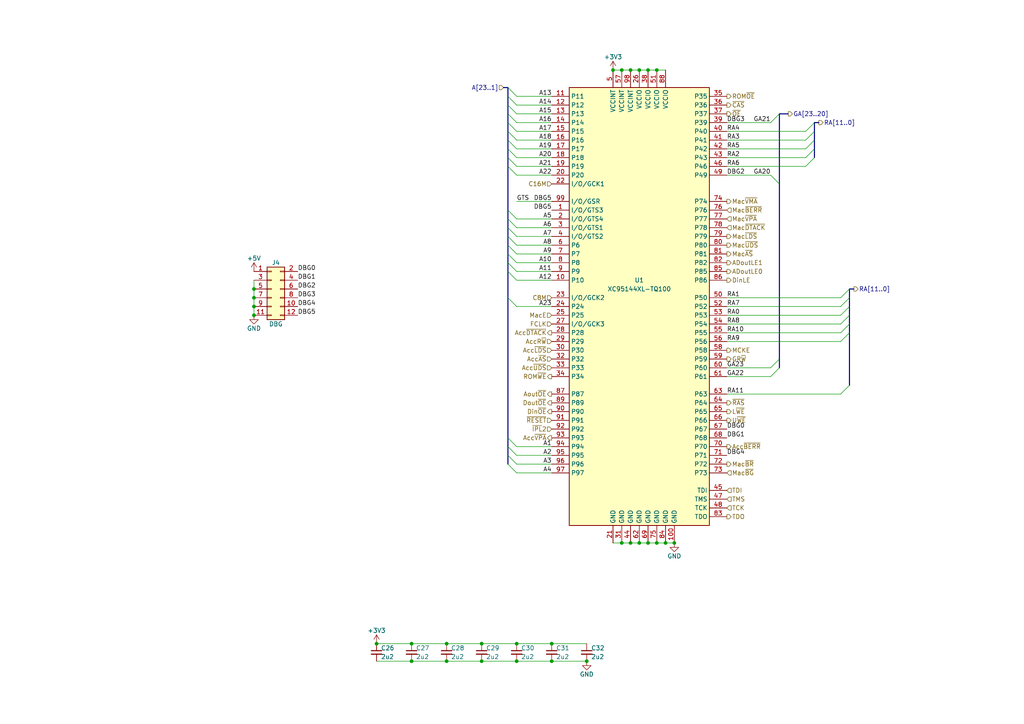
<source format=kicad_sch>
(kicad_sch (version 20231120) (generator "eeschema") (generator_version "8.0")
  (paper "A4")
  (title_block (title "WarpSE (GW4410A)") (date "2024-04-23") (rev "1.0") (company "Garrett's Workshop"))
  (lib_symbols
    (symbol "CPLD_Xilinx:XC95144XL-TQ100"
      (property "Reference" "U" (at -20.32 64.77 0))
      (property "Value" "XC95144XL-TQ100" (at -20.32 -64.77 0))
      (symbol "XC95144XL-TQ100_1_1"
        (rectangle (start -20.32 63.5) (end 20.32 -63.5) (stroke (width 0.254)) (fill (type background)))
        (pin bidirectional line (at -25.4 27.94 0) (length 5.08) (name "I/O/GTS3") (number "1"))
        (pin bidirectional line (at -25.4 7.62 0) (length 5.08) (name "P10") (number "10"))
        (pin power_in line (at 10.16 -68.58 90) (length 5.08) (name "GND") (number "100"))
        (pin bidirectional line (at -25.4 60.96 0) (length 5.08) (name "P11") (number "11"))
        (pin bidirectional line (at -25.4 58.42 0) (length 5.08) (name "P12") (number "12"))
        (pin bidirectional line (at -25.4 55.88 0) (length 5.08) (name "P13") (number "13"))
        (pin bidirectional line (at -25.4 53.34 0) (length 5.08) (name "P14") (number "14"))
        (pin bidirectional line (at -25.4 50.8 0) (length 5.08) (name "P15") (number "15"))
        (pin bidirectional line (at -25.4 48.26 0) (length 5.08) (name "P16") (number "16"))
        (pin bidirectional line (at -25.4 45.72 0) (length 5.08) (name "P17") (number "17"))
        (pin bidirectional line (at -25.4 43.18 0) (length 5.08) (name "P18") (number "18"))
        (pin bidirectional line (at -25.4 40.64 0) (length 5.08) (name "P19") (number "19"))
        (pin bidirectional line (at -25.4 25.4 0) (length 5.08) (name "I/O/GTS4") (number "2"))
        (pin bidirectional line (at -25.4 38.1 0) (length 5.08) (name "P20") (number "20"))
        (pin power_in line (at -7.62 -68.58 90) (length 5.08) (name "GND") (number "21"))
        (pin bidirectional line (at -25.4 35.56 0) (length 5.08) (name "I/O/GCK1") (number "22"))
        (pin bidirectional line (at -25.4 2.54 0) (length 5.08) (name "I/O/GCK2") (number "23"))
        (pin bidirectional line (at -25.4 0 0) (length 5.08) (name "P24") (number "24"))
        (pin bidirectional line (at -25.4 -2.54 0) (length 5.08) (name "P25") (number "25"))
        (pin power_in line (at 0 68.58 270) (length 5.08) (name "VCCIO") (number "26"))
        (pin bidirectional line (at -25.4 -5.08 0) (length 5.08) (name "I/O/GCK3") (number "27"))
        (pin bidirectional line (at -25.4 -7.62 0) (length 5.08) (name "P28") (number "28"))
        (pin bidirectional line (at -25.4 -10.16 0) (length 5.08) (name "P29") (number "29"))
        (pin bidirectional line (at -25.4 22.86 0) (length 5.08) (name "I/O/GTS1") (number "3"))
        (pin bidirectional line (at -25.4 -12.7 0) (length 5.08) (name "P30") (number "30"))
        (pin power_in line (at -5.08 -68.58 90) (length 5.08) (name "GND") (number "31"))
        (pin bidirectional line (at -25.4 -15.24 0) (length 5.08) (name "P32") (number "32"))
        (pin bidirectional line (at -25.4 -17.78 0) (length 5.08) (name "P33") (number "33"))
        (pin bidirectional line (at -25.4 -20.32 0) (length 5.08) (name "P34") (number "34"))
        (pin bidirectional line (at 25.4 60.96 180) (length 5.08) (name "P35") (number "35"))
        (pin bidirectional line (at 25.4 58.42 180) (length 5.08) (name "P36") (number "36"))
        (pin bidirectional line (at 25.4 55.88 180) (length 5.08) (name "P37") (number "37"))
        (pin power_in line (at 2.54 68.58 270) (length 5.08) (name "VCCIO") (number "38"))
        (pin bidirectional line (at 25.4 53.34 180) (length 5.08) (name "P39") (number "39"))
        (pin bidirectional line (at -25.4 20.32 0) (length 5.08) (name "I/O/GTS2") (number "4"))
        (pin bidirectional line (at 25.4 50.8 180) (length 5.08) (name "P40") (number "40"))
        (pin bidirectional line (at 25.4 48.26 180) (length 5.08) (name "P41") (number "41"))
        (pin bidirectional line (at 25.4 45.72 180) (length 5.08) (name "P42") (number "42"))
        (pin bidirectional line (at 25.4 43.18 180) (length 5.08) (name "P43") (number "43"))
        (pin power_in line (at -2.54 -68.58 90) (length 5.08) (name "GND") (number "44"))
        (pin input line (at 25.4 -53.34 180) (length 5.08) (name "TDI") (number "45"))
        (pin bidirectional line (at 25.4 40.64 180) (length 5.08) (name "P46") (number "46"))
        (pin input line (at 25.4 -55.88 180) (length 5.08) (name "TMS") (number "47"))
        (pin input line (at 25.4 -58.42 180) (length 5.08) (name "TCK") (number "48"))
        (pin bidirectional line (at 25.4 38.1 180) (length 5.08) (name "P49") (number "49"))
        (pin power_in line (at -7.62 68.58 270) (length 5.08) (name "VCCINT") (number "5"))
        (pin bidirectional line (at 25.4 2.54 180) (length 5.08) (name "P50") (number "50"))
        (pin power_in line (at 5.08 68.58 270) (length 5.08) (name "VCCIO") (number "51"))
        (pin bidirectional line (at 25.4 0 180) (length 5.08) (name "P52") (number "52"))
        (pin bidirectional line (at 25.4 -2.54 180) (length 5.08) (name "P53") (number "53"))
        (pin bidirectional line (at 25.4 -5.08 180) (length 5.08) (name "P54") (number "54"))
        (pin bidirectional line (at 25.4 -7.62 180) (length 5.08) (name "P55") (number "55"))
        (pin bidirectional line (at 25.4 -10.16 180) (length 5.08) (name "P56") (number "56"))
        (pin power_in line (at -5.08 68.58 270) (length 5.08) (name "VCCINT") (number "57"))
        (pin bidirectional line (at 25.4 -12.7 180) (length 5.08) (name "P58") (number "58"))
        (pin bidirectional line (at 25.4 -15.24 180) (length 5.08) (name "P59") (number "59"))
        (pin bidirectional line (at -25.4 17.78 0) (length 5.08) (name "P6") (number "6"))
        (pin bidirectional line (at 25.4 -17.78 180) (length 5.08) (name "P60") (number "60"))
        (pin bidirectional line (at 25.4 -20.32 180) (length 5.08) (name "P61") (number "61"))
        (pin power_in line (at 0 -68.58 90) (length 5.08) (name "GND") (number "62"))
        (pin bidirectional line (at 25.4 -25.4 180) (length 5.08) (name "P63") (number "63"))
        (pin bidirectional line (at 25.4 -27.94 180) (length 5.08) (name "P64") (number "64"))
        (pin bidirectional line (at 25.4 -30.48 180) (length 5.08) (name "P65") (number "65"))
        (pin bidirectional line (at 25.4 -33.02 180) (length 5.08) (name "P66") (number "66"))
        (pin bidirectional line (at 25.4 -35.56 180) (length 5.08) (name "P67") (number "67"))
        (pin bidirectional line (at 25.4 -38.1 180) (length 5.08) (name "P68") (number "68"))
        (pin power_in line (at 2.54 -68.58 90) (length 5.08) (name "GND") (number "69"))
        (pin bidirectional line (at -25.4 15.24 0) (length 5.08) (name "P7") (number "7"))
        (pin bidirectional line (at 25.4 -40.64 180) (length 5.08) (name "P70") (number "70"))
        (pin bidirectional line (at 25.4 -43.18 180) (length 5.08) (name "P71") (number "71"))
        (pin bidirectional line (at 25.4 -45.72 180) (length 5.08) (name "P72") (number "72"))
        (pin bidirectional line (at 25.4 -48.26 180) (length 5.08) (name "P73") (number "73"))
        (pin bidirectional line (at 25.4 30.48 180) (length 5.08) (name "P74") (number "74"))
        (pin power_in line (at 5.08 -68.58 90) (length 5.08) (name "GND") (number "75"))
        (pin bidirectional line (at 25.4 27.94 180) (length 5.08) (name "P76") (number "76"))
        (pin bidirectional line (at 25.4 25.4 180) (length 5.08) (name "P77") (number "77"))
        (pin bidirectional line (at 25.4 22.86 180) (length 5.08) (name "P78") (number "78"))
        (pin bidirectional line (at 25.4 20.32 180) (length 5.08) (name "P79") (number "79"))
        (pin bidirectional line (at -25.4 12.7 0) (length 5.08) (name "P8") (number "8"))
        (pin bidirectional line (at 25.4 17.78 180) (length 5.08) (name "P80") (number "80"))
        (pin bidirectional line (at 25.4 15.24 180) (length 5.08) (name "P81") (number "81"))
        (pin bidirectional line (at 25.4 12.7 180) (length 5.08) (name "P82") (number "82"))
        (pin output line (at 25.4 -60.96 180) (length 5.08) (name "TDO") (number "83"))
        (pin power_in line (at 7.62 -68.58 90) (length 5.08) (name "GND") (number "84"))
        (pin bidirectional line (at 25.4 10.16 180) (length 5.08) (name "P85") (number "85"))
        (pin bidirectional line (at 25.4 7.62 180) (length 5.08) (name "P86") (number "86"))
        (pin bidirectional line (at -25.4 -25.4 0) (length 5.08) (name "P87") (number "87"))
        (pin power_in line (at 7.62 68.58 270) (length 5.08) (name "VCCIO") (number "88"))
        (pin bidirectional line (at -25.4 -27.94 0) (length 5.08) (name "P89") (number "89"))
        (pin bidirectional line (at -25.4 10.16 0) (length 5.08) (name "P9") (number "9"))
        (pin bidirectional line (at -25.4 -30.48 0) (length 5.08) (name "P90") (number "90"))
        (pin bidirectional line (at -25.4 -33.02 0) (length 5.08) (name "P91") (number "91"))
        (pin bidirectional line (at -25.4 -35.56 0) (length 5.08) (name "P92") (number "92"))
        (pin bidirectional line (at -25.4 -38.1 0) (length 5.08) (name "P93") (number "93"))
        (pin bidirectional line (at -25.4 -40.64 0) (length 5.08) (name "P94") (number "94"))
        (pin bidirectional line (at -25.4 -43.18 0) (length 5.08) (name "P95") (number "95"))
        (pin bidirectional line (at -25.4 -45.72 0) (length 5.08) (name "P96") (number "96"))
        (pin bidirectional line (at -25.4 -48.26 0) (length 5.08) (name "P97") (number "97"))
        (pin power_in line (at -2.54 68.58 270) (length 5.08) (name "VCCINT") (number "98"))
        (pin bidirectional line (at -25.4 30.48 0) (length 5.08) (name "I/O/GSR") (number "99"))
      )
    )
    (symbol "Connector_Generic:Conn_02x06_Odd_Even" (pin_names (offset 1.016) hide)
      (property "Reference" "J" (at 1.27 7.62 0))
      (property "Value" "Conn_02x06_Odd_Even" (at 1.27 -10.16 0))
      (symbol "Conn_02x06_Odd_Even_1_1"
        (rectangle (start -1.27 -7.493) (end 0 -7.747) (stroke (width 0.1524)))
        (rectangle (start -1.27 -4.953) (end 0 -5.207) (stroke (width 0.1524)))
        (rectangle (start -1.27 -2.413) (end 0 -2.667) (stroke (width 0.1524)))
        (rectangle (start -1.27 0.127) (end 0 -0.127) (stroke (width 0.1524)))
        (rectangle (start -1.27 2.667) (end 0 2.413) (stroke (width 0.1524)))
        (rectangle (start -1.27 5.207) (end 0 4.953) (stroke (width 0.1524)))
        (rectangle (start -1.27 6.35) (end 3.81 -8.89) (stroke (width 0.254)) (fill (type background)))
        (rectangle (start 3.81 -7.493) (end 2.54 -7.747) (stroke (width 0.1524)))
        (rectangle (start 3.81 -4.953) (end 2.54 -5.207) (stroke (width 0.1524)))
        (rectangle (start 3.81 -2.413) (end 2.54 -2.667) (stroke (width 0.1524)))
        (rectangle (start 3.81 0.127) (end 2.54 -0.127) (stroke (width 0.1524)))
        (rectangle (start 3.81 2.667) (end 2.54 2.413) (stroke (width 0.1524)))
        (rectangle (start 3.81 5.207) (end 2.54 4.953) (stroke (width 0.1524)))
        (pin passive line (at -5.08 5.08 0) (length 3.81) (name "Pin_1") (number "1"))
        (pin passive line (at 7.62 -5.08 180) (length 3.81) (name "Pin_10") (number "10"))
        (pin passive line (at -5.08 -7.62 0) (length 3.81) (name "Pin_11") (number "11"))
        (pin passive line (at 7.62 -7.62 180) (length 3.81) (name "Pin_12") (number "12"))
        (pin passive line (at 7.62 5.08 180) (length 3.81) (name "Pin_2") (number "2"))
        (pin passive line (at -5.08 2.54 0) (length 3.81) (name "Pin_3") (number "3"))
        (pin passive line (at 7.62 2.54 180) (length 3.81) (name "Pin_4") (number "4"))
        (pin passive line (at -5.08 0 0) (length 3.81) (name "Pin_5") (number "5"))
        (pin passive line (at 7.62 0 180) (length 3.81) (name "Pin_6") (number "6"))
        (pin passive line (at -5.08 -2.54 0) (length 3.81) (name "Pin_7") (number "7"))
        (pin passive line (at 7.62 -2.54 180) (length 3.81) (name "Pin_8") (number "8"))
        (pin passive line (at -5.08 -5.08 0) (length 3.81) (name "Pin_9") (number "9"))
      )
    )
    (symbol "Device:C_Small" (pin_numbers hide) (pin_names (offset 0.254) hide)
      (property "Reference" "C" (at 0.254 1.778 0))
      (property "Value" "C_Small" (at 0.254 -2.032 0))
      (symbol "C_Small_0_1"
        (polyline (pts (xy -1.524 -0.508) (xy 1.524 -0.508)) (stroke (width 0.3302)))
        (polyline (pts (xy -1.524 0.508) (xy 1.524 0.508)) (stroke (width 0.3048)))
      )
      (symbol "C_Small_1_1"
        (pin passive line (at 0 2.54 270) (length 2.032) (name "~") (number "1"))
        (pin passive line (at 0 -2.54 90) (length 2.032) (name "~") (number "2"))
      )
    )
    (symbol "power:+3V3" (power) (pin_names (offset 0))
      (property "Value" "+3V3" (at 0 3.556 0))
      (symbol "+3V3_0_1"
        (polyline (pts (xy -0.762 1.27) (xy 0 2.54)))
        (polyline (pts (xy 0 0) (xy 0 2.54)))
        (polyline (pts (xy 0 2.54) (xy 0.762 1.27)))
      )
      (symbol "+3V3_1_1"
        (pin power_in line (at 0 0 90) (length 0) hide (name "+3V3") (number "1"))
      )
    )
    (symbol "power:+5V" (power) (pin_names (offset 0))
      (property "Value" "+5V" (at 0 3.556 0))
      (symbol "+5V_0_1"
        (polyline (pts (xy -0.762 1.27) (xy 0 2.54)))
        (polyline (pts (xy 0 0) (xy 0 2.54)))
        (polyline (pts (xy 0 2.54) (xy 0.762 1.27)))
      )
      (symbol "+5V_1_1"
        (pin power_in line (at 0 0 90) (length 0) hide (name "+5V") (number "1"))
      )
    )
    (symbol "power:GND" (power) (pin_names (offset 0))
      (property "Value" "GND" (at 0 -3.81 0))
      (symbol "GND_0_1"
        (polyline (pts (xy 0 0) (xy 0 -1.27) (xy 1.27 -1.27) (xy 0 -2.54) (xy -1.27 -1.27) (xy 0 -1.27)))
      )
      (symbol "GND_1_1"
        (pin power_in line (at 0 0 270) (length 0) hide (name "GND") (number "1"))
      )
    )
  )
  (junction (at 119.38 191.77))
  (junction (at 193.04 157.48))
  (junction (at 129.54 191.77))
  (junction (at 180.34 157.48))
  (junction (at 177.8 20.32))
  (junction (at 139.7 191.77))
  (junction (at 139.7 186.69))
  (junction (at 187.96 157.48))
  (junction (at 182.88 157.48))
  (junction (at 73.66 86.36))
  (junction (at 73.66 91.44))
  (junction (at 119.38 186.69))
  (junction (at 185.42 20.32))
  (junction (at 160.02 186.69))
  (junction (at 73.66 88.9))
  (junction (at 182.88 20.32))
  (junction (at 109.22 186.69))
  (junction (at 195.58 157.48))
  (junction (at 187.96 20.32))
  (junction (at 180.34 20.32))
  (junction (at 149.86 191.77))
  (junction (at 73.66 83.82))
  (junction (at 190.5 157.48))
  (junction (at 149.86 186.69))
  (junction (at 185.42 157.48))
  (junction (at 170.18 191.77))
  (junction (at 160.02 191.77))
  (junction (at 129.54 186.69))
  (junction (at 190.5 20.32))
  (bus_entry (at 147.32 63.5) (size 2.54 2.54))
  (bus_entry (at 147.32 129.54) (size 2.54 2.54))
  (bus_entry (at 147.32 71.12) (size 2.54 2.54))
  (bus_entry (at 147.32 27.94) (size 2.54 2.54))
  (bus_entry (at 147.32 35.56) (size 2.54 2.54))
  (bus_entry (at 223.52 35.56) (size 2.54 -2.54))
  (bus_entry (at 246.38 93.98) (size -2.54 2.54))
  (bus_entry (at 236.22 43.18) (size -2.54 2.54))
  (bus_entry (at 147.32 25.4) (size 2.54 2.54))
  (bus_entry (at 147.32 30.48) (size 2.54 2.54))
  (bus_entry (at 147.32 45.72) (size 2.54 2.54))
  (bus_entry (at 246.38 96.52) (size -2.54 2.54))
  (bus_entry (at 147.32 48.26) (size 2.54 2.54))
  (bus_entry (at 236.22 45.72) (size -2.54 2.54))
  (bus_entry (at 226.06 53.34) (size -2.54 -2.54))
  (bus_entry (at 246.38 88.9) (size -2.54 2.54))
  (bus_entry (at 147.32 73.66) (size 2.54 2.54))
  (bus_entry (at 246.38 83.82) (size -2.54 2.54))
  (bus_entry (at 236.22 38.1) (size -2.54 2.54))
  (bus_entry (at 236.22 35.56) (size -2.54 2.54))
  (bus_entry (at 147.32 86.36) (size 2.54 2.54))
  (bus_entry (at 147.32 127) (size 2.54 2.54))
  (bus_entry (at 147.32 78.74) (size 2.54 2.54))
  (bus_entry (at 147.32 76.2) (size 2.54 2.54))
  (bus_entry (at 147.32 68.58) (size 2.54 2.54))
  (bus_entry (at 147.32 33.02) (size 2.54 2.54))
  (bus_entry (at 147.32 40.64) (size 2.54 2.54))
  (bus_entry (at 236.22 40.64) (size -2.54 2.54))
  (bus_entry (at 147.32 132.08) (size 2.54 2.54))
  (bus_entry (at 147.32 38.1) (size 2.54 2.54))
  (bus_entry (at 246.38 91.44) (size -2.54 2.54))
  (bus_entry (at 226.06 106.68) (size -2.54 2.54))
  (bus_entry (at 147.32 134.62) (size 2.54 2.54))
  (bus_entry (at 147.32 60.96) (size 2.54 2.54))
  (bus_entry (at 246.38 111.76) (size -2.54 2.54))
  (bus_entry (at 246.38 86.36) (size -2.54 2.54))
  (bus_entry (at 226.06 104.14) (size -2.54 2.54))
  (bus_entry (at 147.32 66.04) (size 2.54 2.54))
  (bus_entry (at 147.32 43.18) (size 2.54 2.54))
  (wire (pts (xy 210.82 93.98) (xy 243.84 93.98)))
  (wire (pts (xy 210.82 43.18) (xy 233.68 43.18)))
  (wire (pts (xy 182.88 20.32) (xy 185.42 20.32)))
  (bus (pts (xy 147.32 127) (xy 147.32 129.54)))
  (bus (pts (xy 147.32 27.94) (xy 147.32 30.48)))
  (bus (pts (xy 147.32 38.1) (xy 147.32 40.64)))
  (wire (pts (xy 73.66 81.28) (xy 73.66 83.82)))
  (wire (pts (xy 160.02 33.02) (xy 149.86 33.02)))
  (wire (pts (xy 160.02 35.56) (xy 149.86 35.56)))
  (wire (pts (xy 185.42 20.32) (xy 187.96 20.32)))
  (wire (pts (xy 160.02 45.72) (xy 149.86 45.72)))
  (bus (pts (xy 147.32 73.66) (xy 147.32 76.2)))
  (wire (pts (xy 109.22 186.69) (xy 119.38 186.69)))
  (bus (pts (xy 246.38 96.52) (xy 246.38 111.76)))
  (wire (pts (xy 160.02 50.8) (xy 149.86 50.8)))
  (wire (pts (xy 160.02 81.28) (xy 149.86 81.28)))
  (wire (pts (xy 160.02 76.2) (xy 149.86 76.2)))
  (wire (pts (xy 119.38 186.69) (xy 129.54 186.69)))
  (bus (pts (xy 147.32 48.26) (xy 147.32 60.96)))
  (bus (pts (xy 147.32 25.4) (xy 146.05 25.4)))
  (wire (pts (xy 210.82 106.68) (xy 223.52 106.68)))
  (bus (pts (xy 147.32 71.12) (xy 147.32 73.66)))
  (wire (pts (xy 160.02 30.48) (xy 149.86 30.48)))
  (wire (pts (xy 210.82 35.56) (xy 223.52 35.56)))
  (wire (pts (xy 160.02 48.26) (xy 149.86 48.26)))
  (bus (pts (xy 246.38 83.82) (xy 246.38 86.36)))
  (wire (pts (xy 160.02 186.69) (xy 170.18 186.69)))
  (bus (pts (xy 147.32 45.72) (xy 147.32 48.26)))
  (bus (pts (xy 147.32 40.64) (xy 147.32 43.18)))
  (wire (pts (xy 160.02 78.74) (xy 149.86 78.74)))
  (wire (pts (xy 210.82 38.1) (xy 233.68 38.1)))
  (bus (pts (xy 236.22 35.56) (xy 236.22 38.1)))
  (wire (pts (xy 149.86 137.16) (xy 160.02 137.16)))
  (bus (pts (xy 236.22 40.64) (xy 236.22 43.18)))
  (bus (pts (xy 226.06 33.02) (xy 228.6 33.02)))
  (bus (pts (xy 226.06 33.02) (xy 226.06 53.34)))
  (bus (pts (xy 147.32 25.4) (xy 147.32 27.94)))
  (wire (pts (xy 139.7 191.77) (xy 149.86 191.77)))
  (bus (pts (xy 246.38 86.36) (xy 246.38 88.9)))
  (wire (pts (xy 160.02 38.1) (xy 149.86 38.1)))
  (wire (pts (xy 243.84 96.52) (xy 210.82 96.52)))
  (wire (pts (xy 73.66 83.82) (xy 73.66 86.36)))
  (bus (pts (xy 147.32 43.18) (xy 147.32 45.72)))
  (bus (pts (xy 147.32 33.02) (xy 147.32 35.56)))
  (bus (pts (xy 236.22 38.1) (xy 236.22 40.64)))
  (wire (pts (xy 160.02 40.64) (xy 149.86 40.64)))
  (wire (pts (xy 187.96 157.48) (xy 185.42 157.48)))
  (wire (pts (xy 210.82 109.22) (xy 223.52 109.22)))
  (bus (pts (xy 147.32 60.96) (xy 147.32 63.5)))
  (wire (pts (xy 73.66 91.44) (xy 73.66 88.9)))
  (wire (pts (xy 160.02 66.04) (xy 149.86 66.04)))
  (wire (pts (xy 73.66 86.36) (xy 73.66 88.9)))
  (wire (pts (xy 210.82 88.9) (xy 243.84 88.9)))
  (wire (pts (xy 210.82 99.06) (xy 243.84 99.06)))
  (wire (pts (xy 129.54 186.69) (xy 139.7 186.69)))
  (wire (pts (xy 210.82 45.72) (xy 233.68 45.72)))
  (wire (pts (xy 160.02 191.77) (xy 170.18 191.77)))
  (wire (pts (xy 160.02 68.58) (xy 149.86 68.58)))
  (wire (pts (xy 139.7 186.69) (xy 149.86 186.69)))
  (wire (pts (xy 210.82 40.64) (xy 233.68 40.64)))
  (bus (pts (xy 147.32 63.5) (xy 147.32 66.04)))
  (bus (pts (xy 147.32 68.58) (xy 147.32 71.12)))
  (wire (pts (xy 149.86 186.69) (xy 160.02 186.69)))
  (bus (pts (xy 226.06 53.34) (xy 226.06 104.14)))
  (wire (pts (xy 210.82 48.26) (xy 233.68 48.26)))
  (wire (pts (xy 149.86 191.77) (xy 160.02 191.77)))
  (bus (pts (xy 147.32 132.08) (xy 147.32 134.62)))
  (bus (pts (xy 147.32 78.74) (xy 147.32 86.36)))
  (bus (pts (xy 147.32 35.56) (xy 147.32 38.1)))
  (wire (pts (xy 185.42 157.48) (xy 182.88 157.48)))
  (wire (pts (xy 193.04 157.48) (xy 190.5 157.48)))
  (wire (pts (xy 160.02 43.18) (xy 149.86 43.18)))
  (wire (pts (xy 149.86 129.54) (xy 160.02 129.54)))
  (wire (pts (xy 119.38 191.77) (xy 129.54 191.77)))
  (wire (pts (xy 160.02 71.12) (xy 149.86 71.12)))
  (wire (pts (xy 109.22 191.77) (xy 119.38 191.77)))
  (wire (pts (xy 210.82 86.36) (xy 243.84 86.36)))
  (bus (pts (xy 236.22 43.18) (xy 236.22 45.72)))
  (bus (pts (xy 246.38 88.9) (xy 246.38 91.44)))
  (bus (pts (xy 147.32 129.54) (xy 147.32 132.08)))
  (bus (pts (xy 147.32 86.36) (xy 147.32 127)))
  (bus (pts (xy 226.06 106.68) (xy 226.06 104.14)))
  (wire (pts (xy 210.82 50.8) (xy 223.52 50.8)))
  (wire (pts (xy 160.02 63.5) (xy 149.86 63.5)))
  (wire (pts (xy 149.86 132.08) (xy 160.02 132.08)))
  (wire (pts (xy 149.86 134.62) (xy 160.02 134.62)))
  (wire (pts (xy 243.84 91.44) (xy 210.82 91.44)))
  (wire (pts (xy 160.02 27.94) (xy 149.86 27.94)))
  (wire (pts (xy 182.88 157.48) (xy 180.34 157.48)))
  (wire (pts (xy 149.86 58.42) (xy 160.02 58.42)))
  (wire (pts (xy 190.5 157.48) (xy 187.96 157.48)))
  (bus (pts (xy 147.32 76.2) (xy 147.32 78.74)))
  (bus (pts (xy 147.32 30.48) (xy 147.32 33.02)))
  (wire (pts (xy 210.82 114.3) (xy 243.84 114.3)))
  (bus (pts (xy 236.22 35.56) (xy 237.49 35.56)))
  (bus (pts (xy 246.38 91.44) (xy 246.38 93.98)))
  (wire (pts (xy 187.96 20.32) (xy 190.5 20.32)))
  (wire (pts (xy 160.02 88.9) (xy 149.86 88.9)))
  (wire (pts (xy 190.5 20.32) (xy 193.04 20.32)))
  (wire (pts (xy 177.8 20.32) (xy 180.34 20.32)))
  (wire (pts (xy 180.34 157.48) (xy 177.8 157.48)))
  (wire (pts (xy 195.58 157.48) (xy 193.04 157.48)))
  (wire (pts (xy 129.54 191.77) (xy 139.7 191.77)))
  (wire (pts (xy 160.02 73.66) (xy 149.86 73.66)))
  (bus (pts (xy 246.38 83.82) (xy 247.65 83.82)))
  (bus (pts (xy 246.38 93.98) (xy 246.38 96.52)))
  (bus (pts (xy 147.32 66.04) (xy 147.32 68.58)))
  (wire (pts (xy 180.34 20.32) (xy 182.88 20.32)))
  (label "DBG3" (at 210.82 35.56 0))
  (label "DBG5" (at 86.36 91.44 0))
  (label "RA11" (at 210.82 114.3 0))
  (label "GA21" (at 223.52 35.56 180))
  (label "A8" (at 160.02 71.12 180))
  (label "A23" (at 160.02 88.9 180))
  (label "DBG1" (at 86.36 81.28 0))
  (label "A5" (at 160.02 63.5 180))
  (label "RA2" (at 210.82 45.72 0))
  (label "A15" (at 160.02 33.02 180))
  (label "RA10" (at 210.82 96.52 0))
  (label "GA20" (at 223.52 50.8 180))
  (label "RA1" (at 210.82 86.36 0))
  (label "A17" (at 160.02 38.1 180))
  (label "RA4" (at 210.82 38.1 0))
  (label "DBG5" (at 160.02 60.96 180))
  (label "A16" (at 160.02 35.56 180))
  (label "A7" (at 160.02 68.58 180))
  (label "DBG5" (at 160.02 58.42 180))
  (label "A10" (at 160.02 76.2 180))
  (label "GTS" (at 149.86 58.42 0))
  (label "DBG1" (at 210.82 127 0))
  (label "A9" (at 160.02 73.66 180))
  (label "A21" (at 160.02 48.26 180))
  (label "RA3" (at 210.82 40.64 0))
  (label "A20" (at 160.02 45.72 180))
  (label "A3" (at 160.02 134.62 180))
  (label "A13" (at 160.02 27.94 180))
  (label "DBG2" (at 210.82 50.8 0))
  (label "DBG4" (at 210.82 132.08 0))
  (label "GA22" (at 210.82 109.22 0))
  (label "A22" (at 160.02 50.8 180))
  (label "RA6" (at 210.82 48.26 0))
  (label "A14" (at 160.02 30.48 180))
  (label "RA7" (at 210.82 88.9 0))
  (label "DBG0" (at 210.82 124.46 0))
  (label "A11" (at 160.02 78.74 180))
  (label "DBG0" (at 86.36 78.74 0))
  (label "A18" (at 160.02 40.64 180))
  (label "A6" (at 160.02 66.04 180))
  (label "RA0" (at 210.82 91.44 0))
  (label "RA8" (at 210.82 93.98 0))
  (label "RA9" (at 210.82 99.06 0))
  (label "A1" (at 160.02 129.54 180))
  (label "DBG2" (at 86.36 83.82 0))
  (label "A4" (at 160.02 137.16 180))
  (label "A2" (at 160.02 132.08 180))
  (label "A12" (at 160.02 81.28 180))
  (label "DBG4" (at 86.36 88.9 0))
  (label "A19" (at 160.02 43.18 180))
  (label "GA23" (at 210.82 106.68 0))
  (label "RA5" (at 210.82 43.18 0))
  (label "DBG3" (at 86.36 86.36 0))
  (hierarchical_label "A[23..1]" (shape input) (at 146.05 25.4 180))
  (hierarchical_label "Dout~{OE}" (shape output) (at 160.02 116.84 180))
  (hierarchical_label "AccR~{W}" (shape input) (at 160.02 99.06 180))
  (hierarchical_label "TCK" (shape input) (at 210.82 147.32 0))
  (hierarchical_label "ROM~{WE}" (shape output) (at 160.02 109.22 180))
  (hierarchical_label "~{RAS}" (shape output) (at 210.82 116.84 0))
  (hierarchical_label "Mac~{BG}" (shape input) (at 210.82 137.16 0))
  (hierarchical_label "Acc~{UDS}" (shape input) (at 160.02 106.68 180))
  (hierarchical_label "GR~{W}" (shape output) (at 210.82 104.14 0))
  (hierarchical_label "Din~{OE}" (shape output) (at 160.02 119.38 180))
  (hierarchical_label "L~{WE}" (shape output) (at 210.82 119.38 0))
  (hierarchical_label "TDO" (shape output) (at 210.82 149.86 0))
  (hierarchical_label "Mac~{DTACK}" (shape input) (at 210.82 66.04 0))
  (hierarchical_label "TDI" (shape input) (at 210.82 142.24 0))
  (hierarchical_label "Mac~{VMA}" (shape output) (at 210.82 58.42 0))
  (hierarchical_label "~{OE}" (shape output) (at 210.82 33.02 0))
  (hierarchical_label "ADoutLE1" (shape output) (at 210.82 76.2 0))
  (hierarchical_label "Mac~{UDS}" (shape output) (at 210.82 71.12 0))
  (hierarchical_label "ADoutLE0" (shape output) (at 210.82 78.74 0))
  (hierarchical_label "Acc~{AS}" (shape input) (at 160.02 104.14 180))
  (hierarchical_label "Acc~{VPA}" (shape output) (at 160.02 127 180))
  (hierarchical_label "DinLE" (shape output) (at 210.82 81.28 0))
  (hierarchical_label "C8M" (shape input) (at 160.02 86.36 180))
  (hierarchical_label "MCKE" (shape output) (at 210.82 101.6 0))
  (hierarchical_label "ROM~{OE}" (shape output) (at 210.82 27.94 0))
  (hierarchical_label "TMS" (shape input) (at 210.82 144.78 0))
  (hierarchical_label "~{IPL}2" (shape input) (at 160.02 124.46 180))
  (hierarchical_label "GA[23..20]" (shape output) (at 228.6 33.02 0))
  (hierarchical_label "Mac~{BERR}" (shape input) (at 210.82 60.96 0))
  (hierarchical_label "Acc~{LDS}" (shape input) (at 160.02 101.6 180))
  (hierarchical_label "Acc~{DTACK}" (shape output) (at 160.02 96.52 180))
  (hierarchical_label "C16M" (shape input) (at 160.02 53.34 180))
  (hierarchical_label "FCLK" (shape input) (at 160.02 93.98 180))
  (hierarchical_label "Mac~{VPA}" (shape input) (at 210.82 63.5 0))
  (hierarchical_label "MacE" (shape input) (at 160.02 91.44 180))
  (hierarchical_label "Mac~{BR}" (shape output) (at 210.82 134.62 0))
  (hierarchical_label "Mac~{AS}" (shape output) (at 210.82 73.66 0))
  (hierarchical_label "~{CAS}" (shape output) (at 210.82 30.48 0))
  (hierarchical_label "Aout~{OE}" (shape output) (at 160.02 114.3 180))
  (hierarchical_label "RA[11..0]" (shape output) (at 237.49 35.56 0))
  (hierarchical_label "Acc~{BERR}" (shape output) (at 210.82 129.54 0))
  (hierarchical_label "~{RESET}" (shape input) (at 160.02 121.92 180))
  (hierarchical_label "U~{WE}" (shape output) (at 210.82 121.92 0))
  (hierarchical_label "RA[11..0]" (shape output) (at 247.65 83.82 0))
  (hierarchical_label "Mac~{LDS}" (shape output) (at 210.82 68.58 0))
  (symbol (lib_id "Device:C_Small") (at 119.38 189.23 0) (unit 1)
    (property "Reference" "C27" (at 120.65 187.96 0) (effects (justify left)))
    (property "Value" "2u2" (at 120.65 190.5 0) (effects (justify left)))
    (property "Footprint" "stdpads:C_0603" (effects (hide yes)))
    (property "LCSC Part" "C23630" (effects (hide yes)))
  )
  (symbol (lib_id "Device:C_Small") (at 129.54 189.23 0) (unit 1)
    (property "Reference" "C28" (at 130.81 187.96 0) (effects (justify left)))
    (property "Value" "2u2" (at 130.81 190.5 0) (effects (justify left)))
    (property "Footprint" "stdpads:C_0603" (effects (hide yes)))
    (property "LCSC Part" "C23630" (effects (hide yes)))
  )
  (symbol (lib_id "Device:C_Small") (at 139.7 189.23 0) (unit 1)
    (property "Reference" "C29" (at 140.97 187.96 0) (effects (justify left)))
    (property "Value" "2u2" (at 140.97 190.5 0) (effects (justify left)))
    (property "Footprint" "stdpads:C_0603" (effects (hide yes)))
    (property "LCSC Part" "C23630" (effects (hide yes)))
  )
  (symbol (lib_id "power:+3V3") (at 109.22 186.69 0) (unit 1)
    (property "Reference" "#PWR0158" (effects (hide yes)))
    (property "Value" "+3V3" (at 109.22 182.88 0))
  )
  (symbol (lib_id "Device:C_Small") (at 109.22 189.23 0) (unit 1)
    (property "Reference" "C26" (at 110.49 187.96 0) (effects (justify left)))
    (property "Value" "2u2" (at 110.49 190.5 0) (effects (justify left)))
    (property "Footprint" "stdpads:C_0603" (effects (hide yes)))
    (property "LCSC Part" "C23630" (effects (hide yes)))
  )
  (symbol (lib_id "Device:C_Small") (at 160.02 189.23 0) (unit 1)
    (property "Reference" "C31" (at 161.29 187.96 0) (effects (justify left)))
    (property "Value" "2u2" (at 161.29 190.5 0) (effects (justify left)))
    (property "Footprint" "stdpads:C_0603" (effects (hide yes)))
    (property "LCSC Part" "C23630" (effects (hide yes)))
  )
  (symbol (lib_id "Device:C_Small") (at 149.86 189.23 0) (unit 1)
    (property "Reference" "C30" (at 151.13 187.96 0) (effects (justify left)))
    (property "Value" "2u2" (at 151.13 190.5 0) (effects (justify left)))
    (property "Footprint" "stdpads:C_0603" (effects (hide yes)))
    (property "LCSC Part" "C23630" (effects (hide yes)))
  )
  (symbol (lib_id "power:GND") (at 170.18 191.77 0) (mirror y) (unit 1)
    (property "Reference" "#PWR0159" (effects (hide yes)))
    (property "Value" "GND" (at 170.18 195.58 0))
  )
  (symbol (lib_id "Device:C_Small") (at 170.18 189.23 0) (unit 1)
    (property "Reference" "C32" (at 171.45 187.96 0) (effects (justify left)))
    (property "Value" "2u2" (at 171.45 190.5 0) (effects (justify left)))
    (property "Footprint" "stdpads:C_0603" (effects (hide yes)))
    (property "LCSC Part" "C23630" (effects (hide yes)))
  )
  (symbol (lib_id "power:+3V3") (at 177.8 20.32 0) (unit 1)
    (property "Reference" "#PWR0160" (effects (hide yes)))
    (property "Value" "+3V3" (at 177.8 16.51 0))
  )
  (symbol (lib_id "power:GND") (at 195.58 157.48 0) (unit 1)
    (property "Reference" "#PWR0161" (effects (hide yes)))
    (property "Value" "GND" (at 195.58 161.29 0))
  )
  (symbol (lib_id "CPLD_Xilinx:XC95144XL-TQ100") (at 185.42 88.9 0) (unit 1)
    (property "Reference" "U1" (at 185.42 81.28 0))
    (property "Value" "XC95144XL-TQ100" (at 185.42 83.82 0))
    (property "Footprint" "stdpads:TQFP-100_14x14mm_P0.5mm" (effects (hide yes)))
    (property "LCSC Part" "C45126" (effects (hide yes)))
  )
  (symbol (lib_id "power:+5V") (at 73.66 78.74 0) (unit 1)
    (property "Reference" "#PWR07" (effects (hide yes)))
    (property "Value" "+5V" (at 73.66 74.93 0))
  )
  (symbol (lib_id "power:GND") (at 73.66 91.44 0) (unit 1)
    (property "Reference" "#PWR024" (effects (hide yes)))
    (property "Value" "GND" (at 73.66 95.25 0))
  )
  (symbol (lib_id "Connector_Generic:Conn_02x06_Odd_Even") (at 78.74 83.82 0) (unit 1)
    (property "Reference" "J4" (at 80.01 76.2 0))
    (property "Value" "DBG" (at 80.01 93.98 0))
    (property "Footprint" "stdpads:PinHeader_2x06_P2.54mm_Vertical" (effects (hide yes)))
  )
)
</source>
